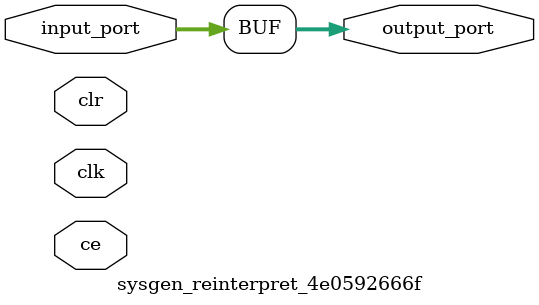
<source format=v>
module sysgen_reinterpret_4e0592666f (
  input [(16 - 1):0] input_port,
  output [(16 - 1):0] output_port,
  input clk,
  input ce,
  input clr);

  assign output_port = input_port;

endmodule
</source>
